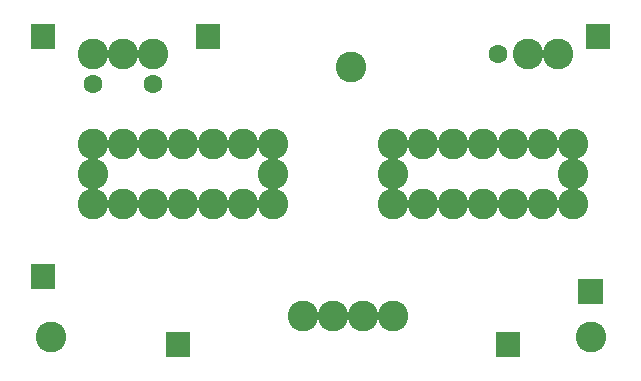
<source format=gbr>
%FSLAX34Y34*%
%MOMM*%
%LNSOLDERMASK_TOP*%
G71*
G01*
%ADD10C,2.600*%
%ADD11C,2.600*%
%ADD12C,1.600*%
%LPD*%
X315100Y188710D02*
G54D10*
D03*
X340500Y188710D02*
G54D10*
D03*
X340500Y188710D02*
G54D10*
D03*
X365900Y188710D02*
G54D10*
D03*
X365900Y188710D02*
G54D10*
D03*
X391300Y188710D02*
G54D10*
D03*
X391300Y188710D02*
G54D10*
D03*
X416700Y188710D02*
G54D10*
D03*
X416700Y188710D02*
G54D10*
D03*
X442100Y188710D02*
G54D10*
D03*
X442100Y188710D02*
G54D10*
D03*
X467500Y188710D02*
G54D10*
D03*
X467500Y188710D02*
G54D10*
D03*
X467500Y163310D02*
G54D10*
D03*
X467500Y163310D02*
G54D10*
D03*
X467500Y137910D02*
G54D10*
D03*
X315100Y188710D02*
G54D10*
D03*
X315100Y163310D02*
G54D10*
D03*
X315100Y163310D02*
G54D10*
D03*
X315100Y137910D02*
G54D10*
D03*
X315100Y137910D02*
G54D10*
D03*
X340500Y137910D02*
G54D10*
D03*
X340500Y137910D02*
G54D10*
D03*
X365900Y137910D02*
G54D10*
D03*
X365900Y137910D02*
G54D10*
D03*
X391300Y137910D02*
G54D10*
D03*
X391300Y137910D02*
G54D10*
D03*
X416700Y137910D02*
G54D10*
D03*
X416700Y137910D02*
G54D10*
D03*
X442100Y137910D02*
G54D10*
D03*
X442100Y137910D02*
G54D10*
D03*
X467500Y137910D02*
G54D10*
D03*
X467500Y137910D02*
G54D10*
D03*
X315100Y137910D02*
G54D10*
D03*
X61100Y188710D02*
G54D10*
D03*
X86500Y188710D02*
G54D10*
D03*
X86500Y188710D02*
G54D10*
D03*
X111900Y188710D02*
G54D10*
D03*
X111900Y188710D02*
G54D10*
D03*
X137300Y188710D02*
G54D10*
D03*
X137300Y188710D02*
G54D10*
D03*
X162700Y188710D02*
G54D10*
D03*
X162700Y188710D02*
G54D10*
D03*
X188100Y188710D02*
G54D10*
D03*
X188100Y188710D02*
G54D10*
D03*
X213500Y188710D02*
G54D10*
D03*
X213500Y188710D02*
G54D10*
D03*
X213500Y163310D02*
G54D10*
D03*
X213500Y163310D02*
G54D10*
D03*
X213500Y137910D02*
G54D10*
D03*
X61100Y188710D02*
G54D10*
D03*
X61100Y163310D02*
G54D10*
D03*
X61100Y163310D02*
G54D10*
D03*
X61100Y137910D02*
G54D10*
D03*
X61100Y137910D02*
G54D10*
D03*
X86500Y137910D02*
G54D10*
D03*
X86500Y137910D02*
G54D10*
D03*
X111900Y137910D02*
G54D10*
D03*
X111900Y137910D02*
G54D10*
D03*
X137300Y137910D02*
G54D10*
D03*
X137300Y137910D02*
G54D10*
D03*
X162700Y137910D02*
G54D10*
D03*
X162700Y137910D02*
G54D10*
D03*
X188100Y137910D02*
G54D10*
D03*
X188100Y137910D02*
G54D10*
D03*
X213500Y137910D02*
G54D10*
D03*
X213500Y137910D02*
G54D10*
D03*
X61100Y137910D02*
G54D10*
D03*
X238900Y42660D02*
G54D10*
D03*
X238900Y42660D02*
G54D10*
D03*
X264300Y42660D02*
G54D10*
D03*
X264300Y42660D02*
G54D10*
D03*
X289700Y42660D02*
G54D10*
D03*
X289700Y42660D02*
G54D10*
D03*
X315100Y42660D02*
G54D10*
D03*
X315100Y42660D02*
G54D10*
D03*
X61100Y264910D02*
G54D10*
D03*
X86500Y264910D02*
G54D10*
D03*
X111900Y264910D02*
G54D10*
D03*
X454800Y264910D02*
G54D10*
D03*
X429400Y264910D02*
G54D10*
D03*
X25400Y25400D02*
G54D10*
D03*
X25400Y25400D02*
G54D11*
D03*
X482600Y25400D02*
G54D11*
D03*
X279400Y254000D02*
G54D11*
D03*
G36*
X8550Y289900D02*
X29550Y289900D01*
X29550Y268900D01*
X8550Y268900D01*
X8550Y289900D01*
G37*
G36*
X8550Y86700D02*
X29550Y86700D01*
X29550Y65700D01*
X8550Y65700D01*
X8550Y86700D01*
G37*
G36*
X122850Y29550D02*
X143850Y29550D01*
X143850Y8550D01*
X122850Y8550D01*
X122850Y29550D01*
G37*
G36*
X402250Y29550D02*
X423250Y29550D01*
X423250Y8550D01*
X402250Y8550D01*
X402250Y29550D01*
G37*
G36*
X472100Y74000D02*
X493100Y74000D01*
X493100Y53000D01*
X472100Y53000D01*
X472100Y74000D01*
G37*
G36*
X148250Y289900D02*
X169250Y289900D01*
X169250Y268900D01*
X148250Y268900D01*
X148250Y289900D01*
G37*
G36*
X478450Y289900D02*
X499450Y289900D01*
X499450Y268900D01*
X478450Y268900D01*
X478450Y289900D01*
G37*
X61100Y239510D02*
G54D12*
D03*
X111900Y239510D02*
G54D12*
D03*
X404000Y264910D02*
G54D12*
D03*
M02*

</source>
